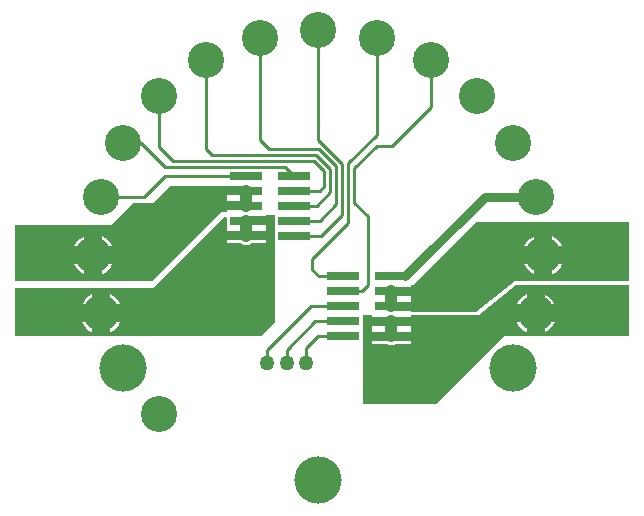
<source format=gbr>
%TF.GenerationSoftware,Altium Limited,Altium Designer,18.1.9 (240)*%
G04 Layer_Physical_Order=2*
G04 Layer_Color=16711680*
%FSLAX26Y26*%
%MOIN*%
%TF.FileFunction,Copper,L2,Bot,Signal*%
%TF.Part,Single*%
G01*
G75*
%TA.AperFunction,SMDPad,CuDef*%
%ADD10C,0.120000*%
%TA.AperFunction,Conductor*%
%ADD11C,0.030000*%
%ADD12C,0.010000*%
%TA.AperFunction,ComponentPad*%
%ADD14C,0.120000*%
%TA.AperFunction,ViaPad*%
%ADD15C,0.050000*%
%ADD16C,0.157480*%
%TA.AperFunction,SMDPad,CuDef*%
%ADD17R,0.109840X0.029130*%
%TA.AperFunction,Conductor*%
%ADD18C,0.040000*%
G36*
X-305038Y229055D02*
X-240118D01*
Y199055D01*
X-305038D01*
Y189490D01*
X-305038D01*
Y188620D01*
X-305038D01*
Y179055D01*
X-240118D01*
Y149055D01*
X-305038D01*
Y145000D01*
X-325000D01*
X-555000Y-85000D01*
X-1010000D01*
Y100000D01*
X-690000D01*
X-615000Y175000D01*
X-550000D01*
X-495000Y230000D01*
X-305038D01*
Y229055D01*
D02*
G37*
G36*
X-145038Y93620D02*
X-145038Y89490D01*
X-145038Y89490D01*
Y88620D01*
X-145038D01*
X-145038Y84490D01*
Y39490D01*
X-145000D01*
Y-225000D01*
X-190945Y-270945D01*
X-1010000D01*
Y-110000D01*
X-550000D01*
X-309648Y125545D01*
X-305038Y123608D01*
Y89490D01*
X-305038D01*
Y88620D01*
X-305038D01*
Y79055D01*
X-240118D01*
X-175198D01*
Y88620D01*
X-175198D01*
Y89490D01*
X-175198D01*
Y99055D01*
X-240118D01*
Y129055D01*
X-175198D01*
Y135000D01*
X-145038D01*
Y93620D01*
D02*
G37*
G36*
X1035000Y-85000D02*
X655000D01*
X524361Y-189804D01*
X308042D01*
Y-185945D01*
X243122D01*
Y-155945D01*
X308042D01*
Y-146380D01*
X308042D01*
Y-145510D01*
X308042D01*
Y-135945D01*
X243122D01*
Y-105945D01*
X308042D01*
Y-100000D01*
X315000D01*
X525000Y110000D01*
X1035000D01*
Y-85000D01*
D02*
G37*
G36*
Y-270945D02*
X619055Y-270945D01*
X395000Y-495000D01*
X150000D01*
Y-200000D01*
X178202D01*
Y-205945D01*
X243122D01*
X308042D01*
Y-200000D01*
X535000D01*
X657222Y-100000D01*
X1035000D01*
Y-270945D01*
D02*
G37*
%LPC*%
G36*
X-720000Y63337D02*
Y30000D01*
X-686663D01*
X-691515Y39078D01*
X-700263Y49737D01*
X-710922Y58484D01*
X-720000Y63337D01*
D02*
G37*
G36*
X-780000D02*
X-789078Y58484D01*
X-799737Y49737D01*
X-808485Y39078D01*
X-813337Y30000D01*
X-780000D01*
Y63337D01*
D02*
G37*
G36*
X-686663Y-30000D02*
X-720000D01*
Y-63337D01*
X-710922Y-58484D01*
X-700263Y-49737D01*
X-691515Y-39078D01*
X-686663Y-30000D01*
D02*
G37*
G36*
X-780000D02*
X-813337D01*
X-808485Y-39078D01*
X-799737Y-49737D01*
X-789078Y-58484D01*
X-780000Y-63337D01*
Y-30000D01*
D02*
G37*
G36*
X-175198Y49055D02*
X-240118D01*
X-305038D01*
Y39490D01*
X-257385D01*
X-255248Y37850D01*
X-247950Y34827D01*
X-240118Y33796D01*
X-232286Y34827D01*
X-224989Y37850D01*
X-222851Y39490D01*
X-175198D01*
Y49055D01*
D02*
G37*
G36*
X-694000Y-130663D02*
Y-164000D01*
X-660663D01*
X-665515Y-154922D01*
X-674263Y-144263D01*
X-684922Y-135516D01*
X-694000Y-130663D01*
D02*
G37*
G36*
X-754000D02*
X-763078Y-135516D01*
X-773737Y-144263D01*
X-782485Y-154922D01*
X-787337Y-164000D01*
X-754000D01*
Y-130663D01*
D02*
G37*
G36*
X-660663Y-224000D02*
X-694000D01*
Y-257337D01*
X-684922Y-252484D01*
X-674263Y-243737D01*
X-665515Y-233078D01*
X-660663Y-224000D01*
D02*
G37*
G36*
X-754000D02*
X-787337D01*
X-782485Y-233078D01*
X-773737Y-243737D01*
X-763078Y-252484D01*
X-754000Y-257337D01*
Y-224000D01*
D02*
G37*
G36*
X780000Y63337D02*
Y30000D01*
X813337D01*
X808485Y39078D01*
X799737Y49737D01*
X789078Y58484D01*
X780000Y63337D01*
D02*
G37*
G36*
X720000D02*
X710922Y58484D01*
X700263Y49737D01*
X691515Y39078D01*
X686663Y30000D01*
X720000D01*
Y63337D01*
D02*
G37*
G36*
X813337Y-30000D02*
X780000D01*
Y-63337D01*
X789078Y-58484D01*
X799737Y-49737D01*
X808485Y-39078D01*
X813337Y-30000D01*
D02*
G37*
G36*
X720000D02*
X686663D01*
X691515Y-39078D01*
X700263Y-49737D01*
X710922Y-58484D01*
X720000Y-63337D01*
Y-30000D01*
D02*
G37*
G36*
X754000Y-130663D02*
Y-164000D01*
X787337D01*
X782485Y-154922D01*
X773737Y-144263D01*
X763078Y-135516D01*
X754000Y-130663D01*
D02*
G37*
G36*
X694000D02*
X684922Y-135516D01*
X674263Y-144263D01*
X665515Y-154922D01*
X660663Y-164000D01*
X694000D01*
Y-130663D01*
D02*
G37*
G36*
X308042Y-235945D02*
X243122D01*
X178202D01*
Y-245510D01*
X178202D01*
Y-246380D01*
X178202D01*
Y-255945D01*
X243122D01*
X308042D01*
Y-246380D01*
X308042D01*
Y-245510D01*
X308042D01*
Y-235945D01*
D02*
G37*
G36*
X787337Y-224000D02*
X754000D01*
Y-257337D01*
X763078Y-252484D01*
X773737Y-243737D01*
X782485Y-233078D01*
X787337Y-224000D01*
D02*
G37*
G36*
X694000D02*
X660663D01*
X665515Y-233078D01*
X674263Y-243737D01*
X684922Y-252484D01*
X694000Y-257337D01*
Y-224000D01*
D02*
G37*
G36*
X308042Y-285945D02*
X243122D01*
X178202D01*
Y-295510D01*
X225855D01*
X227992Y-297150D01*
X235290Y-300173D01*
X243122Y-301204D01*
X250953Y-300173D01*
X258251Y-297150D01*
X260389Y-295510D01*
X308042D01*
Y-285945D01*
D02*
G37*
%LPD*%
D10*
X-530000Y-530000D02*
D03*
D11*
X554000Y194000D02*
X724000D01*
X289055Y-70945D02*
X554000Y194000D01*
D12*
X243122Y-70945D02*
X289055D01*
X194000Y400651D02*
Y724000D01*
X100000Y306651D02*
X194000Y400651D01*
X375000Y495000D02*
Y649500D01*
X245000Y365000D02*
X375000Y495000D01*
X195000Y365000D02*
X245000D01*
X-170000Y-360000D02*
Y-315000D01*
X120000Y290000D02*
X195000Y365000D01*
X120000Y175000D02*
Y290000D01*
Y175000D02*
X165000Y130000D01*
X100000Y105945D02*
Y306651D01*
X-20000Y-14055D02*
X100000Y105945D01*
X-20000Y-49737D02*
Y-14055D01*
Y-49737D02*
X1208Y-70945D01*
X83122D01*
X165000Y-100000D02*
Y130000D01*
X144055Y-120945D02*
X165000Y-100000D01*
X83122Y-120945D02*
X144055D01*
X-170000Y-315000D02*
X-25945Y-170945D01*
X83122D01*
X-105000Y-315000D02*
X-10945Y-220945D01*
X-105000Y-360000D02*
Y-315000D01*
Y-360000D02*
X-100000Y-355000D01*
X-10945Y-220945D02*
X83122D01*
X-40000Y-360000D02*
Y-310000D01*
X-945Y-270945D01*
X83122D01*
X0Y384853D02*
Y750000D01*
Y384853D02*
X80000Y304853D01*
Y135000D02*
Y304853D01*
X9055Y64055D02*
X80000Y135000D01*
X-80118Y64055D02*
X9055D01*
X-194000Y385000D02*
Y724000D01*
Y385000D02*
X-164000Y355000D01*
X1568D01*
X60000Y296568D01*
X20000Y230000D02*
Y280000D01*
X-15000Y315000D02*
X20000Y280000D01*
X-485000Y315000D02*
X-15000D01*
X60000Y170000D02*
Y296568D01*
X4055Y114055D02*
X60000Y170000D01*
X-80118Y114055D02*
X4055D01*
X-111063Y295000D02*
X-80118Y264055D01*
X-510000Y295000D02*
X-111063D01*
X-355000Y335000D02*
X-6716D01*
X40000Y288284D01*
X-375000Y355000D02*
Y649500D01*
Y355000D02*
X-355000Y335000D01*
X40000Y210000D02*
Y288284D01*
X-5945Y164055D02*
X40000Y210000D01*
X-80118Y164055D02*
X-5945D01*
X-530000Y360000D02*
Y530000D01*
Y360000D02*
X-485000Y315000D01*
X4055Y214055D02*
X20000Y230000D01*
X-80118Y214055D02*
X4055D01*
X-649500Y375000D02*
X-590000D01*
X-510000Y295000D01*
X-724000Y194000D02*
X-581000D01*
X-510945Y264055D01*
X-240118D01*
D14*
X724000Y194000D02*
D03*
X-724000Y-194000D02*
D03*
X750000Y0D02*
D03*
X-750000D02*
D03*
X724000Y-194000D02*
D03*
X375000Y649500D02*
D03*
X194000Y724000D02*
D03*
X0Y750000D02*
D03*
X-194000Y724000D02*
D03*
X-375000Y649500D02*
D03*
X-530000Y530000D02*
D03*
X-649500Y375000D02*
D03*
X-724000Y194000D02*
D03*
X530000Y530000D02*
D03*
X650000Y375000D02*
D03*
D15*
X-170000Y-360000D02*
D03*
X-105000D02*
D03*
X-40000D02*
D03*
D16*
X0Y-750000D02*
D03*
X650000Y-375000D02*
D03*
X-649500D02*
D03*
D17*
X-240118Y64055D02*
D03*
X-80118D02*
D03*
X-240118Y114055D02*
D03*
X-80118D02*
D03*
X-240118Y164055D02*
D03*
X-80118D02*
D03*
X-240118Y214055D02*
D03*
X-80118D02*
D03*
X-240118Y264055D02*
D03*
X-80118D02*
D03*
X83122Y-270945D02*
D03*
X243122D02*
D03*
X83122Y-220945D02*
D03*
X243122D02*
D03*
X83122Y-170945D02*
D03*
X243122D02*
D03*
X83122Y-120945D02*
D03*
X243122D02*
D03*
X83122Y-70945D02*
D03*
X243122D02*
D03*
D18*
X-240118Y164055D02*
Y214055D01*
Y64055D02*
Y114055D01*
X243122Y-270945D02*
Y-220945D01*
Y-170945D02*
Y-120945D01*
%TF.MD5,6d788532f41eafd32005653491aa96fe*%
M02*

</source>
